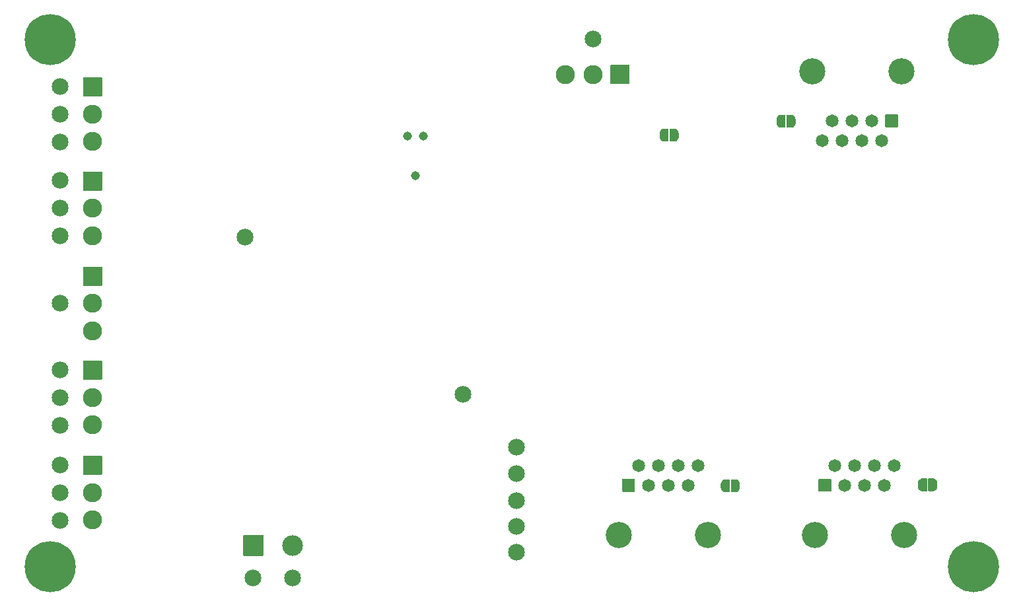
<source format=gbs>
G04 #@! TF.GenerationSoftware,KiCad,Pcbnew,6.0.10-86aedd382b~118~ubuntu18.04.1*
G04 #@! TF.CreationDate,2024-12-06T10:44:55-07:00*
G04 #@! TF.ProjectId,mss-switch,6d73732d-7377-4697-9463-682e6b696361,rev?*
G04 #@! TF.SameCoordinates,Original*
G04 #@! TF.FileFunction,Soldermask,Bot*
G04 #@! TF.FilePolarity,Negative*
%FSLAX46Y46*%
G04 Gerber Fmt 4.6, Leading zero omitted, Abs format (unit mm)*
G04 Created by KiCad (PCBNEW 6.0.10-86aedd382b~118~ubuntu18.04.1) date 2024-12-06 10:44:55*
%MOMM*%
%LPD*%
G01*
G04 APERTURE LIST*
%ADD10C,6.552400*%
%ADD11C,2.452400*%
%ADD12C,1.143000*%
%ADD13C,3.352400*%
%ADD14C,1.652400*%
%ADD15C,2.652400*%
%ADD16C,2.152400*%
G04 APERTURE END LIST*
D10*
X29718000Y-119888000D03*
G36*
G01*
X34029000Y-173200800D02*
X36329000Y-173200800D01*
G75*
G02*
X36405200Y-173277000I0J-76200D01*
G01*
X36405200Y-175577000D01*
G75*
G02*
X36329000Y-175653200I-76200J0D01*
G01*
X34029000Y-175653200D01*
G75*
G02*
X33952800Y-175577000I0J76200D01*
G01*
X33952800Y-173277000D01*
G75*
G02*
X34029000Y-173200800I76200J0D01*
G01*
G37*
D11*
X35179000Y-177927000D03*
X35179000Y-181427000D03*
G36*
G01*
X34029000Y-124686800D02*
X36329000Y-124686800D01*
G75*
G02*
X36405200Y-124763000I0J-76200D01*
G01*
X36405200Y-127063000D01*
G75*
G02*
X36329000Y-127139200I-76200J0D01*
G01*
X34029000Y-127139200D01*
G75*
G02*
X33952800Y-127063000I0J76200D01*
G01*
X33952800Y-124763000D01*
G75*
G02*
X34029000Y-124686800I76200J0D01*
G01*
G37*
X35179000Y-129413000D03*
X35179000Y-132913000D03*
D12*
X76581000Y-137287000D03*
X75565000Y-132207000D03*
X77597000Y-132207000D03*
D13*
X127797500Y-183328750D03*
X139227500Y-183328750D03*
G36*
G01*
X128241300Y-177728750D02*
X128241300Y-176228750D01*
G75*
G02*
X128317500Y-176152550I76200J0D01*
G01*
X129817500Y-176152550D01*
G75*
G02*
X129893700Y-176228750I0J-76200D01*
G01*
X129893700Y-177728750D01*
G75*
G02*
X129817500Y-177804950I-76200J0D01*
G01*
X128317500Y-177804950D01*
G75*
G02*
X128241300Y-177728750I0J76200D01*
G01*
G37*
D14*
X130337500Y-174438750D03*
X131607500Y-176978750D03*
X132877500Y-174438750D03*
X134147500Y-176978750D03*
X135417500Y-174438750D03*
X136687500Y-176978750D03*
X137957500Y-174438750D03*
G36*
G01*
X34029000Y-148943800D02*
X36329000Y-148943800D01*
G75*
G02*
X36405200Y-149020000I0J-76200D01*
G01*
X36405200Y-151320000D01*
G75*
G02*
X36329000Y-151396200I-76200J0D01*
G01*
X34029000Y-151396200D01*
G75*
G02*
X33952800Y-151320000I0J76200D01*
G01*
X33952800Y-149020000D01*
G75*
G02*
X34029000Y-148943800I76200J0D01*
G01*
G37*
D11*
X35179000Y-153670000D03*
X35179000Y-157170000D03*
G36*
G01*
X54466800Y-185954000D02*
X54466800Y-183454000D01*
G75*
G02*
X54543000Y-183377800I76200J0D01*
G01*
X57043000Y-183377800D01*
G75*
G02*
X57119200Y-183454000I0J-76200D01*
G01*
X57119200Y-185954000D01*
G75*
G02*
X57043000Y-186030200I-76200J0D01*
G01*
X54543000Y-186030200D01*
G75*
G02*
X54466800Y-185954000I0J76200D01*
G01*
G37*
D15*
X60793000Y-184704000D03*
G36*
G01*
X34029000Y-136751800D02*
X36329000Y-136751800D01*
G75*
G02*
X36405200Y-136828000I0J-76200D01*
G01*
X36405200Y-139128000D01*
G75*
G02*
X36329000Y-139204200I-76200J0D01*
G01*
X34029000Y-139204200D01*
G75*
G02*
X33952800Y-139128000I0J76200D01*
G01*
X33952800Y-136828000D01*
G75*
G02*
X34029000Y-136751800I76200J0D01*
G01*
G37*
D11*
X35179000Y-141478000D03*
X35179000Y-144978000D03*
D13*
X102616000Y-183348750D03*
X114046000Y-183348750D03*
G36*
G01*
X103059800Y-177748750D02*
X103059800Y-176248750D01*
G75*
G02*
X103136000Y-176172550I76200J0D01*
G01*
X104636000Y-176172550D01*
G75*
G02*
X104712200Y-176248750I0J-76200D01*
G01*
X104712200Y-177748750D01*
G75*
G02*
X104636000Y-177824950I-76200J0D01*
G01*
X103136000Y-177824950D01*
G75*
G02*
X103059800Y-177748750I0J76200D01*
G01*
G37*
D14*
X105156000Y-174458750D03*
X106426000Y-176998750D03*
X107696000Y-174458750D03*
X108966000Y-176998750D03*
X110236000Y-174458750D03*
X111506000Y-176998750D03*
X112776000Y-174458750D03*
G36*
G01*
X34029000Y-161008800D02*
X36329000Y-161008800D01*
G75*
G02*
X36405200Y-161085000I0J-76200D01*
G01*
X36405200Y-163385000D01*
G75*
G02*
X36329000Y-163461200I-76200J0D01*
G01*
X34029000Y-163461200D01*
G75*
G02*
X33952800Y-163385000I0J76200D01*
G01*
X33952800Y-161085000D01*
G75*
G02*
X34029000Y-161008800I76200J0D01*
G01*
G37*
D11*
X35179000Y-165735000D03*
X35179000Y-169235000D03*
G36*
G01*
X104040200Y-123183000D02*
X104040200Y-125483000D01*
G75*
G02*
X103964000Y-125559200I-76200J0D01*
G01*
X101664000Y-125559200D01*
G75*
G02*
X101587800Y-125483000I0J76200D01*
G01*
X101587800Y-123183000D01*
G75*
G02*
X101664000Y-123106800I76200J0D01*
G01*
X103964000Y-123106800D01*
G75*
G02*
X104040200Y-123183000I0J-76200D01*
G01*
G37*
X99314000Y-124333000D03*
X95814000Y-124333000D03*
D13*
X138902500Y-123932750D03*
X127472500Y-123932750D03*
G36*
G01*
X138458700Y-129532750D02*
X138458700Y-131032750D01*
G75*
G02*
X138382500Y-131108950I-76200J0D01*
G01*
X136882500Y-131108950D01*
G75*
G02*
X136806300Y-131032750I0J76200D01*
G01*
X136806300Y-129532750D01*
G75*
G02*
X136882500Y-129456550I76200J0D01*
G01*
X138382500Y-129456550D01*
G75*
G02*
X138458700Y-129532750I0J-76200D01*
G01*
G37*
D14*
X136362500Y-132822750D03*
X135092500Y-130282750D03*
X133822500Y-132822750D03*
X132552500Y-130282750D03*
X131282500Y-132822750D03*
X130012500Y-130282750D03*
X128742500Y-132822750D03*
D10*
X29718000Y-187452000D03*
X148082000Y-187412750D03*
X148082000Y-119848750D03*
D16*
X30988000Y-181483000D03*
X30988000Y-162179000D03*
G36*
X117053020Y-177846373D02*
G01*
X117026958Y-177801232D01*
X117025800Y-177788000D01*
X117025800Y-176288000D01*
X117043627Y-176239020D01*
X117088768Y-176212958D01*
X117102000Y-176211800D01*
X117602000Y-176211800D01*
X117616334Y-176217017D01*
X117683337Y-176218245D01*
X117704664Y-176221699D01*
X117839979Y-176263974D01*
X117859480Y-176273275D01*
X117977490Y-176351830D01*
X117993596Y-176366231D01*
X118084816Y-176474750D01*
X118096233Y-176493092D01*
X118153328Y-176622851D01*
X118159138Y-176643660D01*
X118176060Y-176773068D01*
X118177042Y-176774768D01*
X118178200Y-176788000D01*
X118178200Y-177288000D01*
X118177448Y-177290066D01*
X118177256Y-177305833D01*
X118155445Y-177445910D01*
X118149128Y-177466570D01*
X118088880Y-177594895D01*
X118077018Y-177612953D01*
X117983174Y-177719211D01*
X117966721Y-177733213D01*
X117846826Y-177808861D01*
X117827105Y-177817683D01*
X117690798Y-177856640D01*
X117669392Y-177859573D01*
X117621745Y-177859282D01*
X117615232Y-177863042D01*
X117602000Y-177864200D01*
X117102000Y-177864200D01*
X117053020Y-177846373D01*
G37*
G36*
X116287919Y-177859075D02*
G01*
X116227630Y-177858707D01*
X116206262Y-177855513D01*
X116070441Y-177814894D01*
X116050828Y-177805832D01*
X115931866Y-177728725D01*
X115915585Y-177714522D01*
X115823047Y-177607125D01*
X115811408Y-177588924D01*
X115752731Y-177459872D01*
X115746667Y-177439135D01*
X115726570Y-177298802D01*
X115725800Y-177288000D01*
X115725800Y-176788000D01*
X115725806Y-176787071D01*
X115725955Y-176774855D01*
X115727005Y-176763142D01*
X115750525Y-176623341D01*
X115757094Y-176602758D01*
X115818906Y-176475179D01*
X115830987Y-176457268D01*
X115926122Y-176352164D01*
X115942745Y-176338363D01*
X116063555Y-176264186D01*
X116083383Y-176255606D01*
X116220156Y-176218317D01*
X116241596Y-176215647D01*
X116282802Y-176216402D01*
X116288768Y-176212958D01*
X116302000Y-176211800D01*
X116802000Y-176211800D01*
X116850980Y-176229627D01*
X116877042Y-176274768D01*
X116878200Y-176288000D01*
X116878200Y-177788000D01*
X116860373Y-177836980D01*
X116815232Y-177863042D01*
X116802000Y-177864200D01*
X116302000Y-177864200D01*
X116287919Y-177859075D01*
G37*
X30988000Y-141478000D03*
X31002000Y-174371000D03*
X60833000Y-188849000D03*
X54737000Y-145161000D03*
G36*
X109194020Y-132888373D02*
G01*
X109167958Y-132843232D01*
X109166800Y-132830000D01*
X109166800Y-131330000D01*
X109184627Y-131281020D01*
X109229768Y-131254958D01*
X109243000Y-131253800D01*
X109743000Y-131253800D01*
X109757334Y-131259017D01*
X109824337Y-131260245D01*
X109845664Y-131263699D01*
X109980979Y-131305974D01*
X110000480Y-131315275D01*
X110118490Y-131393830D01*
X110134596Y-131408231D01*
X110225816Y-131516750D01*
X110237233Y-131535092D01*
X110294328Y-131664851D01*
X110300138Y-131685660D01*
X110317060Y-131815068D01*
X110318042Y-131816768D01*
X110319200Y-131830000D01*
X110319200Y-132330000D01*
X110318448Y-132332066D01*
X110318256Y-132347833D01*
X110296445Y-132487910D01*
X110290128Y-132508570D01*
X110229880Y-132636895D01*
X110218018Y-132654953D01*
X110124174Y-132761211D01*
X110107721Y-132775213D01*
X109987826Y-132850861D01*
X109968105Y-132859683D01*
X109831798Y-132898640D01*
X109810392Y-132901573D01*
X109762745Y-132901282D01*
X109756232Y-132905042D01*
X109743000Y-132906200D01*
X109243000Y-132906200D01*
X109194020Y-132888373D01*
G37*
G36*
X108428919Y-132901075D02*
G01*
X108368630Y-132900707D01*
X108347262Y-132897513D01*
X108211441Y-132856894D01*
X108191828Y-132847832D01*
X108072866Y-132770725D01*
X108056585Y-132756522D01*
X107964047Y-132649125D01*
X107952408Y-132630924D01*
X107893731Y-132501872D01*
X107887667Y-132481135D01*
X107867570Y-132340802D01*
X107866800Y-132330000D01*
X107866800Y-131830000D01*
X107866806Y-131829071D01*
X107866955Y-131816855D01*
X107868005Y-131805142D01*
X107891525Y-131665341D01*
X107898094Y-131644758D01*
X107959906Y-131517179D01*
X107971987Y-131499268D01*
X108067122Y-131394164D01*
X108083745Y-131380363D01*
X108204555Y-131306186D01*
X108224383Y-131297606D01*
X108361156Y-131260317D01*
X108382596Y-131257647D01*
X108423802Y-131258402D01*
X108429768Y-131254958D01*
X108443000Y-131253800D01*
X108943000Y-131253800D01*
X108991980Y-131271627D01*
X109018042Y-131316768D01*
X109019200Y-131330000D01*
X109019200Y-132830000D01*
X109001373Y-132878980D01*
X108956232Y-132905042D01*
X108943000Y-132906200D01*
X108443000Y-132906200D01*
X108428919Y-132901075D01*
G37*
X30988000Y-125857000D03*
X99314000Y-119761000D03*
G36*
X142341020Y-177719373D02*
G01*
X142314958Y-177674232D01*
X142313800Y-177661000D01*
X142313800Y-176161000D01*
X142331627Y-176112020D01*
X142376768Y-176085958D01*
X142390000Y-176084800D01*
X142890000Y-176084800D01*
X142904334Y-176090017D01*
X142971337Y-176091245D01*
X142992664Y-176094699D01*
X143127979Y-176136974D01*
X143147480Y-176146275D01*
X143265490Y-176224830D01*
X143281596Y-176239231D01*
X143372816Y-176347750D01*
X143384233Y-176366092D01*
X143441328Y-176495851D01*
X143447138Y-176516660D01*
X143464060Y-176646068D01*
X143465042Y-176647768D01*
X143466200Y-176661000D01*
X143466200Y-177161000D01*
X143465448Y-177163066D01*
X143465256Y-177178833D01*
X143443445Y-177318910D01*
X143437128Y-177339570D01*
X143376880Y-177467895D01*
X143365018Y-177485953D01*
X143271174Y-177592211D01*
X143254721Y-177606213D01*
X143134826Y-177681861D01*
X143115105Y-177690683D01*
X142978798Y-177729640D01*
X142957392Y-177732573D01*
X142909745Y-177732282D01*
X142903232Y-177736042D01*
X142890000Y-177737200D01*
X142390000Y-177737200D01*
X142341020Y-177719373D01*
G37*
G36*
X141575919Y-177732075D02*
G01*
X141515630Y-177731707D01*
X141494262Y-177728513D01*
X141358441Y-177687894D01*
X141338828Y-177678832D01*
X141219866Y-177601725D01*
X141203585Y-177587522D01*
X141111047Y-177480125D01*
X141099408Y-177461924D01*
X141040731Y-177332872D01*
X141034667Y-177312135D01*
X141014570Y-177171802D01*
X141013800Y-177161000D01*
X141013800Y-176661000D01*
X141013806Y-176660071D01*
X141013955Y-176647855D01*
X141015005Y-176636142D01*
X141038525Y-176496341D01*
X141045094Y-176475758D01*
X141106906Y-176348179D01*
X141118987Y-176330268D01*
X141214122Y-176225164D01*
X141230745Y-176211363D01*
X141351555Y-176137186D01*
X141371383Y-176128606D01*
X141508156Y-176091317D01*
X141529596Y-176088647D01*
X141570802Y-176089402D01*
X141576768Y-176085958D01*
X141590000Y-176084800D01*
X142090000Y-176084800D01*
X142138980Y-176102627D01*
X142165042Y-176147768D01*
X142166200Y-176161000D01*
X142166200Y-177661000D01*
X142148373Y-177709980D01*
X142103232Y-177736042D01*
X142090000Y-177737200D01*
X141590000Y-177737200D01*
X141575919Y-177732075D01*
G37*
X89535000Y-178943000D03*
X30988000Y-153670000D03*
X30988000Y-165735000D03*
G36*
X123977980Y-129493627D02*
G01*
X124004042Y-129538768D01*
X124005200Y-129552000D01*
X124005200Y-131052000D01*
X123987373Y-131100980D01*
X123942232Y-131127042D01*
X123929000Y-131128200D01*
X123429000Y-131128200D01*
X123414666Y-131122983D01*
X123347663Y-131121755D01*
X123326336Y-131118301D01*
X123191021Y-131076026D01*
X123171520Y-131066725D01*
X123053510Y-130988170D01*
X123037404Y-130973769D01*
X122946184Y-130865250D01*
X122934767Y-130846908D01*
X122877672Y-130717149D01*
X122871862Y-130696340D01*
X122854940Y-130566932D01*
X122853958Y-130565232D01*
X122852800Y-130552000D01*
X122852800Y-130052000D01*
X122853552Y-130049934D01*
X122853744Y-130034167D01*
X122875555Y-129894090D01*
X122881872Y-129873430D01*
X122942120Y-129745105D01*
X122953982Y-129727047D01*
X123047826Y-129620789D01*
X123064279Y-129606787D01*
X123184174Y-129531139D01*
X123203895Y-129522317D01*
X123340202Y-129483360D01*
X123361608Y-129480427D01*
X123409255Y-129480718D01*
X123415768Y-129476958D01*
X123429000Y-129475800D01*
X123929000Y-129475800D01*
X123977980Y-129493627D01*
G37*
G36*
X124743081Y-129480925D02*
G01*
X124803370Y-129481293D01*
X124824738Y-129484487D01*
X124960559Y-129525106D01*
X124980172Y-129534168D01*
X125099134Y-129611275D01*
X125115415Y-129625478D01*
X125207953Y-129732875D01*
X125219592Y-129751076D01*
X125278269Y-129880128D01*
X125284333Y-129900865D01*
X125304430Y-130041198D01*
X125305200Y-130052000D01*
X125305200Y-130552000D01*
X125305194Y-130552929D01*
X125305045Y-130565145D01*
X125303995Y-130576858D01*
X125280475Y-130716659D01*
X125273906Y-130737242D01*
X125212094Y-130864821D01*
X125200013Y-130882732D01*
X125104878Y-130987836D01*
X125088255Y-131001637D01*
X124967445Y-131075814D01*
X124947617Y-131084394D01*
X124810844Y-131121683D01*
X124789404Y-131124353D01*
X124748198Y-131123598D01*
X124742232Y-131127042D01*
X124729000Y-131128200D01*
X124229000Y-131128200D01*
X124180020Y-131110373D01*
X124153958Y-131065232D01*
X124152800Y-131052000D01*
X124152800Y-129552000D01*
X124170627Y-129503020D01*
X124215768Y-129476958D01*
X124229000Y-129475800D01*
X124729000Y-129475800D01*
X124743081Y-129480925D01*
G37*
X82677000Y-165354000D03*
X89535000Y-185547000D03*
X89535000Y-172085000D03*
X30988000Y-145034000D03*
X30988000Y-177927000D03*
X30988000Y-169291000D03*
X30988000Y-132969000D03*
X89535000Y-175514000D03*
X30988000Y-137922000D03*
X30988000Y-129413000D03*
X89535000Y-182245000D03*
X55753000Y-188849000D03*
M02*

</source>
